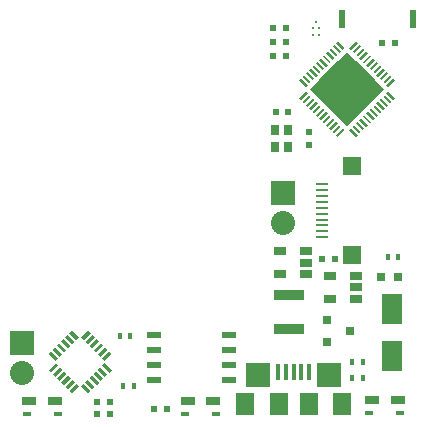
<source format=gts>
G04 #@! TF.FileFunction,Soldermask,Top*
%FSLAX46Y46*%
G04 Gerber Fmt 4.6, Leading zero omitted, Abs format (unit mm)*
G04 Created by KiCad (PCBNEW (2015-04-30 BZR 5634)-product) date Monday, June 22, 2015 'AMt' 01:30:21 AM*
%MOMM*%
G01*
G04 APERTURE LIST*
%ADD10C,0.100000*%
%ADD11R,0.600000X0.500000*%
%ADD12R,0.500000X0.600000*%
%ADD13R,1.800860X2.499360*%
%ADD14R,0.797560X0.797560*%
%ADD15R,2.500000X0.900000*%
%ADD16R,0.800100X0.800100*%
%ADD17R,0.400000X0.600000*%
%ADD18R,1.143000X0.508000*%
%ADD19R,1.060000X0.650000*%
%ADD20C,0.220000*%
%ADD21R,1.600000X1.900000*%
%ADD22R,2.000000X2.000000*%
%ADD23R,0.400000X1.350000*%
%ADD24R,0.700000X0.400000*%
%ADD25R,1.200000X0.650000*%
%ADD26R,0.500000X1.600000*%
%ADD27R,2.032000X2.032000*%
%ADD28O,2.032000X2.032000*%
%ADD29R,1.500000X1.500000*%
%ADD30R,1.100000X0.250000*%
%ADD31R,0.800000X0.900000*%
G04 APERTURE END LIST*
D10*
D11*
X174250000Y-89600000D03*
X173150000Y-89600000D03*
X163950000Y-114800000D03*
X162850000Y-114800000D03*
X159150000Y-114200000D03*
X158050000Y-114200000D03*
X159150000Y-115200000D03*
X158050000Y-115200000D03*
X172950000Y-83700000D03*
X174050000Y-83700000D03*
D12*
X176000000Y-92450000D03*
X176000000Y-91350000D03*
D11*
X182150000Y-83800000D03*
X183250000Y-83800000D03*
X174050000Y-82500000D03*
X172950000Y-82500000D03*
X174050000Y-84900000D03*
X172950000Y-84900000D03*
D13*
X183000000Y-110298980D03*
X183000000Y-106301020D03*
D14*
X182050700Y-103600000D03*
X183549300Y-103600000D03*
D15*
X174300000Y-108050000D03*
X174300000Y-105150000D03*
D16*
X177499240Y-107250000D03*
X177499240Y-109150000D03*
X179498220Y-108200000D03*
D17*
X183550000Y-101900000D03*
X182650000Y-101900000D03*
X179650000Y-110800000D03*
X180550000Y-110800000D03*
X180550000Y-112200000D03*
X179650000Y-112200000D03*
X160850000Y-108600000D03*
X159950000Y-108600000D03*
X161150000Y-112800000D03*
X160250000Y-112800000D03*
D18*
X162825000Y-112305000D03*
X162825000Y-111035000D03*
X162825000Y-109765000D03*
X162825000Y-108495000D03*
X169175000Y-108495000D03*
X169175000Y-109765000D03*
X169175000Y-111035000D03*
X169175000Y-112305000D03*
D19*
X175700000Y-103350000D03*
X175700000Y-102400000D03*
X175700000Y-101450000D03*
X173500000Y-101450000D03*
X173500000Y-103350000D03*
X180000000Y-105450000D03*
X180000000Y-104500000D03*
X180000000Y-103550000D03*
X177800000Y-103550000D03*
X177800000Y-105450000D03*
D20*
X176600000Y-82050000D03*
X176850000Y-82500000D03*
X176350000Y-82500000D03*
X176350000Y-83100000D03*
X176850000Y-83100000D03*
D10*
G36*
X180119238Y-91589087D02*
X179977817Y-91730508D01*
X179412132Y-91164823D01*
X179553553Y-91023402D01*
X180119238Y-91589087D01*
X180119238Y-91589087D01*
G37*
G36*
X180402081Y-91306245D02*
X180260660Y-91447666D01*
X179694975Y-90881981D01*
X179836396Y-90740560D01*
X180402081Y-91306245D01*
X180402081Y-91306245D01*
G37*
G36*
X180684924Y-91023402D02*
X180543503Y-91164823D01*
X179977818Y-90599138D01*
X180119239Y-90457717D01*
X180684924Y-91023402D01*
X180684924Y-91023402D01*
G37*
G36*
X180967767Y-90740559D02*
X180826346Y-90881980D01*
X180260661Y-90316295D01*
X180402082Y-90174874D01*
X180967767Y-90740559D01*
X180967767Y-90740559D01*
G37*
G36*
X181250609Y-90457716D02*
X181109188Y-90599137D01*
X180543503Y-90033452D01*
X180684924Y-89892031D01*
X181250609Y-90457716D01*
X181250609Y-90457716D01*
G37*
G36*
X181533452Y-90174874D02*
X181392031Y-90316295D01*
X180826346Y-89750610D01*
X180967767Y-89609189D01*
X181533452Y-90174874D01*
X181533452Y-90174874D01*
G37*
G36*
X181816295Y-89892031D02*
X181674874Y-90033452D01*
X181109189Y-89467767D01*
X181250610Y-89326346D01*
X181816295Y-89892031D01*
X181816295Y-89892031D01*
G37*
G36*
X182099137Y-89609188D02*
X181957716Y-89750609D01*
X181392031Y-89184924D01*
X181533452Y-89043503D01*
X182099137Y-89609188D01*
X182099137Y-89609188D01*
G37*
G36*
X182381980Y-89326346D02*
X182240559Y-89467767D01*
X181674874Y-88902082D01*
X181816295Y-88760661D01*
X182381980Y-89326346D01*
X182381980Y-89326346D01*
G37*
G36*
X182664823Y-89043503D02*
X182523402Y-89184924D01*
X181957717Y-88619239D01*
X182099138Y-88477818D01*
X182664823Y-89043503D01*
X182664823Y-89043503D01*
G37*
G36*
X182947666Y-88760660D02*
X182806245Y-88902081D01*
X182240560Y-88336396D01*
X182381981Y-88194975D01*
X182947666Y-88760660D01*
X182947666Y-88760660D01*
G37*
G36*
X183230508Y-88477817D02*
X183089087Y-88619238D01*
X182523402Y-88053553D01*
X182664823Y-87912132D01*
X183230508Y-88477817D01*
X183230508Y-88477817D01*
G37*
G36*
X183089087Y-86780762D02*
X183230508Y-86922183D01*
X182664823Y-87487868D01*
X182523402Y-87346447D01*
X183089087Y-86780762D01*
X183089087Y-86780762D01*
G37*
G36*
X182806245Y-86497919D02*
X182947666Y-86639340D01*
X182381981Y-87205025D01*
X182240560Y-87063604D01*
X182806245Y-86497919D01*
X182806245Y-86497919D01*
G37*
G36*
X182523402Y-86215076D02*
X182664823Y-86356497D01*
X182099138Y-86922182D01*
X181957717Y-86780761D01*
X182523402Y-86215076D01*
X182523402Y-86215076D01*
G37*
G36*
X182240559Y-85932233D02*
X182381980Y-86073654D01*
X181816295Y-86639339D01*
X181674874Y-86497918D01*
X182240559Y-85932233D01*
X182240559Y-85932233D01*
G37*
G36*
X181957716Y-85649391D02*
X182099137Y-85790812D01*
X181533452Y-86356497D01*
X181392031Y-86215076D01*
X181957716Y-85649391D01*
X181957716Y-85649391D01*
G37*
G36*
X181674874Y-85366548D02*
X181816295Y-85507969D01*
X181250610Y-86073654D01*
X181109189Y-85932233D01*
X181674874Y-85366548D01*
X181674874Y-85366548D01*
G37*
G36*
X181392031Y-85083705D02*
X181533452Y-85225126D01*
X180967767Y-85790811D01*
X180826346Y-85649390D01*
X181392031Y-85083705D01*
X181392031Y-85083705D01*
G37*
G36*
X181109188Y-84800863D02*
X181250609Y-84942284D01*
X180684924Y-85507969D01*
X180543503Y-85366548D01*
X181109188Y-84800863D01*
X181109188Y-84800863D01*
G37*
G36*
X180826346Y-84518020D02*
X180967767Y-84659441D01*
X180402082Y-85225126D01*
X180260661Y-85083705D01*
X180826346Y-84518020D01*
X180826346Y-84518020D01*
G37*
G36*
X180543503Y-84235177D02*
X180684924Y-84376598D01*
X180119239Y-84942283D01*
X179977818Y-84800862D01*
X180543503Y-84235177D01*
X180543503Y-84235177D01*
G37*
G36*
X180260660Y-83952334D02*
X180402081Y-84093755D01*
X179836396Y-84659440D01*
X179694975Y-84518019D01*
X180260660Y-83952334D01*
X180260660Y-83952334D01*
G37*
G36*
X179977817Y-83669492D02*
X180119238Y-83810913D01*
X179553553Y-84376598D01*
X179412132Y-84235177D01*
X179977817Y-83669492D01*
X179977817Y-83669492D01*
G37*
G36*
X178987868Y-84235177D02*
X178846447Y-84376598D01*
X178280762Y-83810913D01*
X178422183Y-83669492D01*
X178987868Y-84235177D01*
X178987868Y-84235177D01*
G37*
G36*
X178705025Y-84518019D02*
X178563604Y-84659440D01*
X177997919Y-84093755D01*
X178139340Y-83952334D01*
X178705025Y-84518019D01*
X178705025Y-84518019D01*
G37*
G36*
X178422182Y-84800862D02*
X178280761Y-84942283D01*
X177715076Y-84376598D01*
X177856497Y-84235177D01*
X178422182Y-84800862D01*
X178422182Y-84800862D01*
G37*
G36*
X178139339Y-85083705D02*
X177997918Y-85225126D01*
X177432233Y-84659441D01*
X177573654Y-84518020D01*
X178139339Y-85083705D01*
X178139339Y-85083705D01*
G37*
G36*
X177856497Y-85366548D02*
X177715076Y-85507969D01*
X177149391Y-84942284D01*
X177290812Y-84800863D01*
X177856497Y-85366548D01*
X177856497Y-85366548D01*
G37*
G36*
X177573654Y-85649390D02*
X177432233Y-85790811D01*
X176866548Y-85225126D01*
X177007969Y-85083705D01*
X177573654Y-85649390D01*
X177573654Y-85649390D01*
G37*
G36*
X177290811Y-85932233D02*
X177149390Y-86073654D01*
X176583705Y-85507969D01*
X176725126Y-85366548D01*
X177290811Y-85932233D01*
X177290811Y-85932233D01*
G37*
G36*
X177007969Y-86215076D02*
X176866548Y-86356497D01*
X176300863Y-85790812D01*
X176442284Y-85649391D01*
X177007969Y-86215076D01*
X177007969Y-86215076D01*
G37*
G36*
X176725126Y-86497918D02*
X176583705Y-86639339D01*
X176018020Y-86073654D01*
X176159441Y-85932233D01*
X176725126Y-86497918D01*
X176725126Y-86497918D01*
G37*
G36*
X176442283Y-86780761D02*
X176300862Y-86922182D01*
X175735177Y-86356497D01*
X175876598Y-86215076D01*
X176442283Y-86780761D01*
X176442283Y-86780761D01*
G37*
G36*
X176159440Y-87063604D02*
X176018019Y-87205025D01*
X175452334Y-86639340D01*
X175593755Y-86497919D01*
X176159440Y-87063604D01*
X176159440Y-87063604D01*
G37*
G36*
X175876598Y-87346447D02*
X175735177Y-87487868D01*
X175169492Y-86922183D01*
X175310913Y-86780762D01*
X175876598Y-87346447D01*
X175876598Y-87346447D01*
G37*
G36*
X175735177Y-87912132D02*
X175876598Y-88053553D01*
X175310913Y-88619238D01*
X175169492Y-88477817D01*
X175735177Y-87912132D01*
X175735177Y-87912132D01*
G37*
G36*
X176018019Y-88194975D02*
X176159440Y-88336396D01*
X175593755Y-88902081D01*
X175452334Y-88760660D01*
X176018019Y-88194975D01*
X176018019Y-88194975D01*
G37*
G36*
X176300862Y-88477818D02*
X176442283Y-88619239D01*
X175876598Y-89184924D01*
X175735177Y-89043503D01*
X176300862Y-88477818D01*
X176300862Y-88477818D01*
G37*
G36*
X176583705Y-88760661D02*
X176725126Y-88902082D01*
X176159441Y-89467767D01*
X176018020Y-89326346D01*
X176583705Y-88760661D01*
X176583705Y-88760661D01*
G37*
G36*
X176866548Y-89043503D02*
X177007969Y-89184924D01*
X176442284Y-89750609D01*
X176300863Y-89609188D01*
X176866548Y-89043503D01*
X176866548Y-89043503D01*
G37*
G36*
X177149390Y-89326346D02*
X177290811Y-89467767D01*
X176725126Y-90033452D01*
X176583705Y-89892031D01*
X177149390Y-89326346D01*
X177149390Y-89326346D01*
G37*
G36*
X177432233Y-89609189D02*
X177573654Y-89750610D01*
X177007969Y-90316295D01*
X176866548Y-90174874D01*
X177432233Y-89609189D01*
X177432233Y-89609189D01*
G37*
G36*
X177715076Y-89892031D02*
X177856497Y-90033452D01*
X177290812Y-90599137D01*
X177149391Y-90457716D01*
X177715076Y-89892031D01*
X177715076Y-89892031D01*
G37*
G36*
X177997918Y-90174874D02*
X178139339Y-90316295D01*
X177573654Y-90881980D01*
X177432233Y-90740559D01*
X177997918Y-90174874D01*
X177997918Y-90174874D01*
G37*
G36*
X178280761Y-90457717D02*
X178422182Y-90599138D01*
X177856497Y-91164823D01*
X177715076Y-91023402D01*
X178280761Y-90457717D01*
X178280761Y-90457717D01*
G37*
G36*
X178563604Y-90740560D02*
X178705025Y-90881981D01*
X178139340Y-91447666D01*
X177997919Y-91306245D01*
X178563604Y-90740560D01*
X178563604Y-90740560D01*
G37*
G36*
X178846447Y-91023402D02*
X178987868Y-91164823D01*
X178422183Y-91730508D01*
X178280762Y-91589087D01*
X178846447Y-91023402D01*
X178846447Y-91023402D01*
G37*
G36*
X179986656Y-85340031D02*
X179200000Y-86126687D01*
X178413344Y-85340031D01*
X179200000Y-84553375D01*
X179986656Y-85340031D01*
X179986656Y-85340031D01*
G37*
G36*
X179200000Y-86126687D02*
X178413344Y-86913343D01*
X177626688Y-86126687D01*
X178413344Y-85340031D01*
X179200000Y-86126687D01*
X179200000Y-86126687D01*
G37*
G36*
X178413343Y-86913344D02*
X177626687Y-87700000D01*
X176840031Y-86913344D01*
X177626687Y-86126688D01*
X178413343Y-86913344D01*
X178413343Y-86913344D01*
G37*
G36*
X177626687Y-87700000D02*
X176840031Y-88486656D01*
X176053375Y-87700000D01*
X176840031Y-86913344D01*
X177626687Y-87700000D01*
X177626687Y-87700000D01*
G37*
G36*
X180773312Y-86126687D02*
X179986656Y-86913343D01*
X179200000Y-86126687D01*
X179986656Y-85340031D01*
X180773312Y-86126687D01*
X180773312Y-86126687D01*
G37*
G36*
X179986656Y-86913344D02*
X179200000Y-87700000D01*
X178413344Y-86913344D01*
X179200000Y-86126688D01*
X179986656Y-86913344D01*
X179986656Y-86913344D01*
G37*
G36*
X179200000Y-87700000D02*
X178413344Y-88486656D01*
X177626688Y-87700000D01*
X178413344Y-86913344D01*
X179200000Y-87700000D01*
X179200000Y-87700000D01*
G37*
G36*
X178413343Y-88486656D02*
X177626687Y-89273312D01*
X176840031Y-88486656D01*
X177626687Y-87700000D01*
X178413343Y-88486656D01*
X178413343Y-88486656D01*
G37*
G36*
X181559969Y-86913344D02*
X180773313Y-87700000D01*
X179986657Y-86913344D01*
X180773313Y-86126688D01*
X181559969Y-86913344D01*
X181559969Y-86913344D01*
G37*
G36*
X180773312Y-87700000D02*
X179986656Y-88486656D01*
X179200000Y-87700000D01*
X179986656Y-86913344D01*
X180773312Y-87700000D01*
X180773312Y-87700000D01*
G37*
G36*
X179986656Y-88486656D02*
X179200000Y-89273312D01*
X178413344Y-88486656D01*
X179200000Y-87700000D01*
X179986656Y-88486656D01*
X179986656Y-88486656D01*
G37*
G36*
X179200000Y-89273313D02*
X178413344Y-90059969D01*
X177626688Y-89273313D01*
X178413344Y-88486657D01*
X179200000Y-89273313D01*
X179200000Y-89273313D01*
G37*
G36*
X182346625Y-87700000D02*
X181559969Y-88486656D01*
X180773313Y-87700000D01*
X181559969Y-86913344D01*
X182346625Y-87700000D01*
X182346625Y-87700000D01*
G37*
G36*
X181559969Y-88486656D02*
X180773313Y-89273312D01*
X179986657Y-88486656D01*
X180773313Y-87700000D01*
X181559969Y-88486656D01*
X181559969Y-88486656D01*
G37*
G36*
X180773312Y-89273313D02*
X179986656Y-90059969D01*
X179200000Y-89273313D01*
X179986656Y-88486657D01*
X180773312Y-89273313D01*
X180773312Y-89273313D01*
G37*
G36*
X179986656Y-90059969D02*
X179200000Y-90846625D01*
X178413344Y-90059969D01*
X179200000Y-89273313D01*
X179986656Y-90059969D01*
X179986656Y-90059969D01*
G37*
G36*
X154142804Y-111701561D02*
X153930672Y-111489429D01*
X154531712Y-110888389D01*
X154743844Y-111100521D01*
X154142804Y-111701561D01*
X154142804Y-111701561D01*
G37*
G36*
X154496358Y-112055114D02*
X154284226Y-111842982D01*
X154885266Y-111241942D01*
X155097398Y-111454074D01*
X154496358Y-112055114D01*
X154496358Y-112055114D01*
G37*
G36*
X154849911Y-112408668D02*
X154637779Y-112196536D01*
X155238819Y-111595496D01*
X155450951Y-111807628D01*
X154849911Y-112408668D01*
X154849911Y-112408668D01*
G37*
G36*
X155203464Y-112762221D02*
X154991332Y-112550089D01*
X155592372Y-111949049D01*
X155804504Y-112161181D01*
X155203464Y-112762221D01*
X155203464Y-112762221D01*
G37*
G36*
X155557018Y-113115774D02*
X155344886Y-112903642D01*
X155945926Y-112302602D01*
X156158058Y-112514734D01*
X155557018Y-113115774D01*
X155557018Y-113115774D01*
G37*
G36*
X155910571Y-113469328D02*
X155698439Y-113257196D01*
X156299479Y-112656156D01*
X156511611Y-112868288D01*
X155910571Y-113469328D01*
X155910571Y-113469328D01*
G37*
G36*
X157501561Y-113257196D02*
X157289429Y-113469328D01*
X156688389Y-112868288D01*
X156900521Y-112656156D01*
X157501561Y-113257196D01*
X157501561Y-113257196D01*
G37*
G36*
X157855114Y-112903642D02*
X157642982Y-113115774D01*
X157041942Y-112514734D01*
X157254074Y-112302602D01*
X157855114Y-112903642D01*
X157855114Y-112903642D01*
G37*
G36*
X158208668Y-112550089D02*
X157996536Y-112762221D01*
X157395496Y-112161181D01*
X157607628Y-111949049D01*
X158208668Y-112550089D01*
X158208668Y-112550089D01*
G37*
G36*
X158562221Y-112196536D02*
X158350089Y-112408668D01*
X157749049Y-111807628D01*
X157961181Y-111595496D01*
X158562221Y-112196536D01*
X158562221Y-112196536D01*
G37*
G36*
X158915774Y-111842982D02*
X158703642Y-112055114D01*
X158102602Y-111454074D01*
X158314734Y-111241942D01*
X158915774Y-111842982D01*
X158915774Y-111842982D01*
G37*
G36*
X159269328Y-111489429D02*
X159057196Y-111701561D01*
X158456156Y-111100521D01*
X158668288Y-110888389D01*
X159269328Y-111489429D01*
X159269328Y-111489429D01*
G37*
G36*
X158668288Y-110711611D02*
X158456156Y-110499479D01*
X159057196Y-109898439D01*
X159269328Y-110110571D01*
X158668288Y-110711611D01*
X158668288Y-110711611D01*
G37*
G36*
X158314734Y-110358058D02*
X158102602Y-110145926D01*
X158703642Y-109544886D01*
X158915774Y-109757018D01*
X158314734Y-110358058D01*
X158314734Y-110358058D01*
G37*
G36*
X157961181Y-110004504D02*
X157749049Y-109792372D01*
X158350089Y-109191332D01*
X158562221Y-109403464D01*
X157961181Y-110004504D01*
X157961181Y-110004504D01*
G37*
G36*
X157607628Y-109650951D02*
X157395496Y-109438819D01*
X157996536Y-108837779D01*
X158208668Y-109049911D01*
X157607628Y-109650951D01*
X157607628Y-109650951D01*
G37*
G36*
X157254074Y-109297398D02*
X157041942Y-109085266D01*
X157642982Y-108484226D01*
X157855114Y-108696358D01*
X157254074Y-109297398D01*
X157254074Y-109297398D01*
G37*
G36*
X156900521Y-108943844D02*
X156688389Y-108731712D01*
X157289429Y-108130672D01*
X157501561Y-108342804D01*
X156900521Y-108943844D01*
X156900521Y-108943844D01*
G37*
G36*
X156511611Y-108731712D02*
X156299479Y-108943844D01*
X155698439Y-108342804D01*
X155910571Y-108130672D01*
X156511611Y-108731712D01*
X156511611Y-108731712D01*
G37*
G36*
X156158058Y-109085266D02*
X155945926Y-109297398D01*
X155344886Y-108696358D01*
X155557018Y-108484226D01*
X156158058Y-109085266D01*
X156158058Y-109085266D01*
G37*
G36*
X155804504Y-109438819D02*
X155592372Y-109650951D01*
X154991332Y-109049911D01*
X155203464Y-108837779D01*
X155804504Y-109438819D01*
X155804504Y-109438819D01*
G37*
G36*
X155450951Y-109792372D02*
X155238819Y-110004504D01*
X154637779Y-109403464D01*
X154849911Y-109191332D01*
X155450951Y-109792372D01*
X155450951Y-109792372D01*
G37*
G36*
X155097398Y-110145926D02*
X154885266Y-110358058D01*
X154284226Y-109757018D01*
X154496358Y-109544886D01*
X155097398Y-110145926D01*
X155097398Y-110145926D01*
G37*
G36*
X154743844Y-110499479D02*
X154531712Y-110711611D01*
X153930672Y-110110571D01*
X154142804Y-109898439D01*
X154743844Y-110499479D01*
X154743844Y-110499479D01*
G37*
D21*
X175950000Y-114370000D03*
X173450000Y-114370000D03*
X178810000Y-114370000D03*
D22*
X177700000Y-111940000D03*
D23*
X173399100Y-111637460D03*
X174049100Y-111637460D03*
X174699100Y-111637460D03*
X175349100Y-111637460D03*
X175999100Y-111637460D03*
D22*
X171700000Y-111940000D03*
D21*
X170590000Y-114370000D03*
D24*
X168100000Y-115200000D03*
D25*
X167900000Y-114100000D03*
X165700000Y-114100000D03*
D24*
X165500000Y-115200000D03*
X154700000Y-115200000D03*
D25*
X154500000Y-114100000D03*
X152300000Y-114100000D03*
D24*
X152100000Y-115200000D03*
X183700000Y-115100000D03*
D25*
X183500000Y-114000000D03*
X181300000Y-114000000D03*
D24*
X181100000Y-115100000D03*
D26*
X184800000Y-81800000D03*
X178800000Y-81800000D03*
D27*
X173800000Y-96500000D03*
D28*
X173800000Y-99040000D03*
D27*
X151700000Y-109200000D03*
D28*
X151700000Y-111740000D03*
D29*
X179600000Y-101750000D03*
D30*
X177100000Y-99750000D03*
X177100000Y-99250000D03*
X177100000Y-98750000D03*
X177100000Y-98250000D03*
X177100000Y-97750000D03*
X177100000Y-97250000D03*
X177100000Y-96750000D03*
X177100000Y-96250000D03*
X177100000Y-95750000D03*
X177100000Y-100250000D03*
D29*
X179600000Y-94250000D03*
D31*
X173100000Y-92600000D03*
X173100000Y-91150000D03*
X174175000Y-92600000D03*
X174175000Y-91150000D03*
D11*
X178150000Y-102100000D03*
X177050000Y-102100000D03*
M02*

</source>
